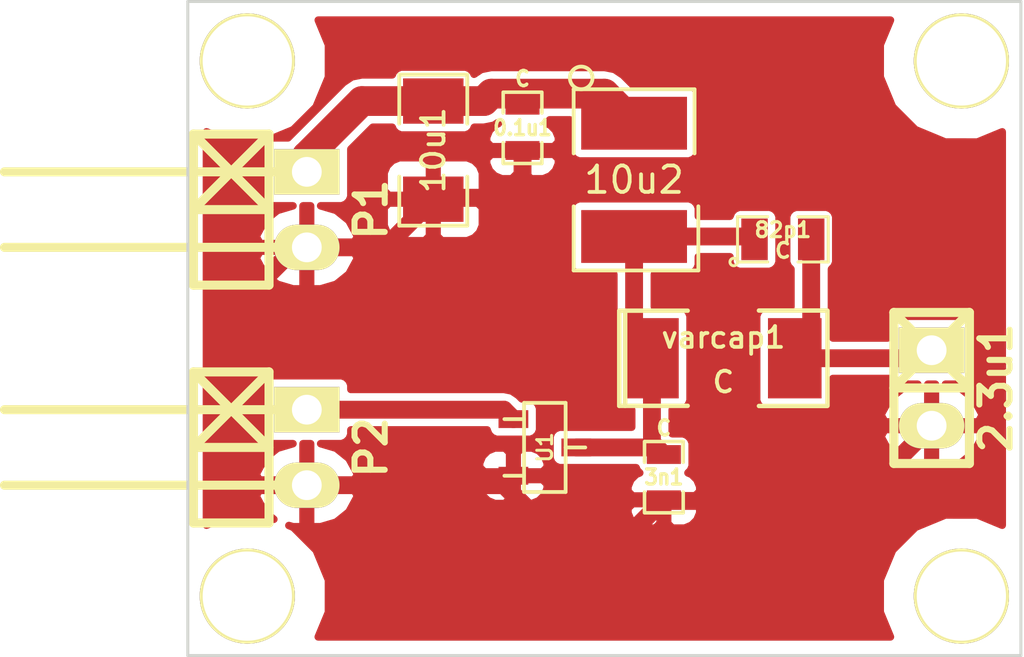
<source format=kicad_pcb>
(kicad_pcb (version 3) (host pcbnew "(2013-mar-13)-testing")

  (general
    (links 16)
    (no_connects 2)
    (area 123.433599 95.73052 161.68706 123.050001)
    (thickness 1.6)
    (drawings 4)
    (tracks 38)
    (zones 0)
    (modules 14)
    (nets 10)
  )

  (page A4)
  (layers
    (15 F.Cu signal)
    (0 B.Cu signal)
    (16 B.Adhes user)
    (17 F.Adhes user)
    (18 B.Paste user)
    (19 F.Paste user)
    (20 B.SilkS user)
    (21 F.SilkS user)
    (22 B.Mask user)
    (23 F.Mask user)
    (24 Dwgs.User user)
    (25 Cmts.User user)
    (26 Eco1.User user)
    (27 Eco2.User user)
    (28 Edge.Cuts user)
  )

  (setup
    (last_trace_width 0.6)
    (trace_clearance 0.254)
    (zone_clearance 0.25)
    (zone_45_only no)
    (trace_min 0.254)
    (segment_width 0.2)
    (edge_width 0.1)
    (via_size 0.889)
    (via_drill 0.635)
    (via_min_size 0.889)
    (via_min_drill 0.508)
    (uvia_size 0.508)
    (uvia_drill 0.127)
    (uvias_allowed no)
    (uvia_min_size 0.508)
    (uvia_min_drill 0.127)
    (pcb_text_width 0.3)
    (pcb_text_size 1.5 1.5)
    (mod_edge_width 0.15)
    (mod_text_size 1 1)
    (mod_text_width 0.15)
    (pad_size 1.5 1.5)
    (pad_drill 0.6)
    (pad_to_mask_clearance 0)
    (aux_axis_origin 0 0)
    (visible_elements FFFFF77F)
    (pcbplotparams
      (layerselection 268468224)
      (usegerberextensions true)
      (excludeedgelayer true)
      (linewidth 0.150000)
      (plotframeref false)
      (viasonmask false)
      (mode 1)
      (useauxorigin false)
      (hpglpennumber 1)
      (hpglpenspeed 20)
      (hpglpendiameter 15)
      (hpglpenoverlay 2)
      (psnegative false)
      (psa4output false)
      (plotreference true)
      (plotvalue true)
      (plotothertext true)
      (plotinvisibletext false)
      (padsonsilk false)
      (subtractmaskfromsilk false)
      (outputformat 1)
      (mirror false)
      (drillshape 0)
      (scaleselection 1)
      (outputdirectory PA_OUT/))
  )

  (net 0 "")
  (net 1 /5V)
  (net 2 /RF_IN)
  (net 3 GND)
  (net 4 N-000002)
  (net 5 N-000003)
  (net 6 N-000004)
  (net 7 N-000005)
  (net 8 N-000008)
  (net 9 N-000009)

  (net_class Default "This is the default net class."
    (clearance 0.254)
    (trace_width 0.6)
    (via_dia 0.889)
    (via_drill 0.635)
    (uvia_dia 0.508)
    (uvia_drill 0.127)
    (add_net "")
    (add_net /RF_IN)
    (add_net GND)
    (add_net N-000002)
    (add_net N-000003)
    (add_net N-000004)
    (add_net N-000005)
    (add_net N-000008)
    (add_net N-000009)
  )

  (net_class POWER ""
    (clearance 0.254)
    (trace_width 1)
    (via_dia 0.889)
    (via_drill 0.635)
    (uvia_dia 0.508)
    (uvia_drill 0.127)
    (add_net /5V)
  )

  (module SM0603_Capa (layer F.Cu) (tedit 5051B1EC) (tstamp 52F23BFF)
    (at 141.25 105.25 270)
    (path /52F2184C)
    (attr smd)
    (fp_text reference 0.1u1 (at 0 0 360) (layer F.SilkS)
      (effects (font (size 0.508 0.4572) (thickness 0.1143)))
    )
    (fp_text value C (at -1.651 0 360) (layer F.SilkS)
      (effects (font (size 0.508 0.4572) (thickness 0.1143)))
    )
    (fp_line (start 0.50038 0.65024) (end 1.19888 0.65024) (layer F.SilkS) (width 0.11938))
    (fp_line (start -0.50038 0.65024) (end -1.19888 0.65024) (layer F.SilkS) (width 0.11938))
    (fp_line (start 0.50038 -0.65024) (end 1.19888 -0.65024) (layer F.SilkS) (width 0.11938))
    (fp_line (start -1.19888 -0.65024) (end -0.50038 -0.65024) (layer F.SilkS) (width 0.11938))
    (fp_line (start 1.19888 -0.635) (end 1.19888 0.635) (layer F.SilkS) (width 0.11938))
    (fp_line (start -1.19888 0.635) (end -1.19888 -0.635) (layer F.SilkS) (width 0.11938))
    (pad 1 smd rect (at -0.762 0 270) (size 0.635 1.143)
      (layers F.Cu F.Paste F.Mask)
      (net 1 /5V)
    )
    (pad 2 smd rect (at 0.762 0 270) (size 0.635 1.143)
      (layers F.Cu F.Paste F.Mask)
      (net 3 GND)
    )
    (model smd\capacitors\C0603.wrl
      (at (xyz 0 0 0.001))
      (scale (xyz 0.5 0.5 0.5))
      (rotate (xyz 0 0 0))
    )
  )

  (module pin_strip_2 (layer F.Cu) (tedit 4F0999B2) (tstamp 52F23C0C)
    (at 155 114 270)
    (descr "Pin strip 2pin")
    (tags "CONN DEV")
    (path /52F21831)
    (fp_text reference 2.3u1 (at 0 -2.159 270) (layer F.SilkS)
      (effects (font (size 1.016 1.016) (thickness 0.2032)))
    )
    (fp_text value INDUCTOR (at 0.254 -3.556 270) (layer F.SilkS) hide
      (effects (font (size 1.016 0.889) (thickness 0.2032)))
    )
    (fp_line (start 0 -1.27) (end 0 1.27) (layer F.SilkS) (width 0.3048))
    (fp_line (start 0 1.27) (end -2.54 -1.27) (layer F.SilkS) (width 0.3048))
    (fp_line (start -2.54 1.27) (end 0 -1.27) (layer F.SilkS) (width 0.3048))
    (fp_line (start 2.54 1.27) (end -2.54 1.27) (layer F.SilkS) (width 0.3048))
    (fp_line (start -2.54 -1.27) (end 2.54 -1.27) (layer F.SilkS) (width 0.3048))
    (fp_line (start -2.54 1.27) (end -2.54 -1.27) (layer F.SilkS) (width 0.3048))
    (fp_line (start 2.54 -1.27) (end 2.54 1.27) (layer F.SilkS) (width 0.3048))
    (pad 1 thru_hole rect (at -1.27 0 270) (size 1.524 2.19964) (drill 1.00076)
      (layers *.Cu *.Mask F.SilkS)
      (net 8 N-000008)
    )
    (pad 2 thru_hole oval (at 1.27 0 270) (size 1.524 2.19964) (drill 1.00076)
      (layers *.Cu *.Mask F.SilkS)
      (net 3 GND)
    )
    (model walter/pin_strip/pin_strip_2.wrl
      (at (xyz 0 0 0))
      (scale (xyz 1 1 1))
      (rotate (xyz 0 0 0))
    )
  )

  (module SM0603_Capa (layer F.Cu) (tedit 5051B1EC) (tstamp 52F23C18)
    (at 146 117 270)
    (path /52F217D9)
    (attr smd)
    (fp_text reference 3n1 (at 0 0 360) (layer F.SilkS)
      (effects (font (size 0.508 0.4572) (thickness 0.1143)))
    )
    (fp_text value C (at -1.651 0 360) (layer F.SilkS)
      (effects (font (size 0.508 0.4572) (thickness 0.1143)))
    )
    (fp_line (start 0.50038 0.65024) (end 1.19888 0.65024) (layer F.SilkS) (width 0.11938))
    (fp_line (start -0.50038 0.65024) (end -1.19888 0.65024) (layer F.SilkS) (width 0.11938))
    (fp_line (start 0.50038 -0.65024) (end 1.19888 -0.65024) (layer F.SilkS) (width 0.11938))
    (fp_line (start -1.19888 -0.65024) (end -0.50038 -0.65024) (layer F.SilkS) (width 0.11938))
    (fp_line (start 1.19888 -0.635) (end 1.19888 0.635) (layer F.SilkS) (width 0.11938))
    (fp_line (start -1.19888 0.635) (end -1.19888 -0.635) (layer F.SilkS) (width 0.11938))
    (pad 1 smd rect (at -0.762 0 270) (size 0.635 1.143)
      (layers F.Cu F.Paste F.Mask)
      (net 9 N-000009)
    )
    (pad 2 smd rect (at 0.762 0 270) (size 0.635 1.143)
      (layers F.Cu F.Paste F.Mask)
      (net 3 GND)
    )
    (model smd\capacitors\C0603.wrl
      (at (xyz 0 0 0.001))
      (scale (xyz 0.5 0.5 0.5))
      (rotate (xyz 0 0 0))
    )
  )

  (module SM1206 (layer F.Cu) (tedit 42806E24) (tstamp 52F23C24)
    (at 138.25 106 270)
    (path /52F21852)
    (attr smd)
    (fp_text reference 10u1 (at 0 0 270) (layer F.SilkS)
      (effects (font (size 0.762 0.762) (thickness 0.127)))
    )
    (fp_text value C (at 0 0 270) (layer F.SilkS) hide
      (effects (font (size 0.762 0.762) (thickness 0.127)))
    )
    (fp_line (start -2.54 -1.143) (end -2.54 1.143) (layer F.SilkS) (width 0.127))
    (fp_line (start -2.54 1.143) (end -0.889 1.143) (layer F.SilkS) (width 0.127))
    (fp_line (start 0.889 -1.143) (end 2.54 -1.143) (layer F.SilkS) (width 0.127))
    (fp_line (start 2.54 -1.143) (end 2.54 1.143) (layer F.SilkS) (width 0.127))
    (fp_line (start 2.54 1.143) (end 0.889 1.143) (layer F.SilkS) (width 0.127))
    (fp_line (start -0.889 -1.143) (end -2.54 -1.143) (layer F.SilkS) (width 0.127))
    (pad 1 smd rect (at -1.651 0 270) (size 1.524 2.032)
      (layers F.Cu F.Paste F.Mask)
      (net 1 /5V)
    )
    (pad 2 smd rect (at 1.651 0 270) (size 1.524 2.032)
      (layers F.Cu F.Paste F.Mask)
      (net 3 GND)
    )
    (model smd/chip_cms.wrl
      (at (xyz 0 0 0))
      (scale (xyz 0.17 0.16 0.16))
      (rotate (xyz 0 0 0))
    )
  )

  (module SM1812E (layer F.Cu) (tedit 4171109D) (tstamp 52F23C31)
    (at 145 107 270)
    (path /52F21846)
    (attr smd)
    (fp_text reference 10u2 (at 0 0 360) (layer F.SilkS)
      (effects (font (size 0.889 0.889) (thickness 0.127)))
    )
    (fp_text value INDUCTOR (at 0 0 360) (layer F.SilkS) hide
      (effects (font (size 0.889 0.889) (thickness 0.127)))
    )
    (fp_circle (center -3.429 1.778) (end -3.048 1.778) (layer F.SilkS) (width 0.127))
    (fp_line (start -0.889 -2.032) (end -3.048 -2.032) (layer F.SilkS) (width 0.127))
    (fp_line (start -3.048 -2.032) (end -3.048 2.032) (layer F.SilkS) (width 0.127))
    (fp_line (start -3.048 2.032) (end -0.889 2.032) (layer F.SilkS) (width 0.127))
    (fp_line (start 0.889 -2.159) (end 3.048 -2.159) (layer F.SilkS) (width 0.127))
    (fp_line (start 3.048 -2.159) (end 3.048 2.032) (layer F.SilkS) (width 0.127))
    (fp_line (start 3.048 2.032) (end 0.889 2.032) (layer F.SilkS) (width 0.127))
    (pad 1 smd rect (at -1.905 0 270) (size 1.778 3.556)
      (layers F.Cu F.Paste F.Mask)
      (net 1 /5V)
    )
    (pad 2 smd rect (at 1.905 0 270) (size 1.778 3.556)
      (layers F.Cu F.Paste F.Mask)
      (net 9 N-000009)
    )
    (model smd/chip_cms.wrl
      (at (xyz 0 0 0))
      (scale (xyz 0.2 0.25 0.25))
      (rotate (xyz 0 0 0))
    )
  )

  (module SM0805 (layer F.Cu) (tedit 5091495C) (tstamp 52F23C3E)
    (at 150 109)
    (path /52F217CA)
    (attr smd)
    (fp_text reference 82p1 (at 0 -0.3175) (layer F.SilkS)
      (effects (font (size 0.50038 0.50038) (thickness 0.10922)))
    )
    (fp_text value C (at 0 0.381) (layer F.SilkS)
      (effects (font (size 0.50038 0.50038) (thickness 0.10922)))
    )
    (fp_circle (center -1.651 0.762) (end -1.651 0.635) (layer F.SilkS) (width 0.09906))
    (fp_line (start -0.508 0.762) (end -1.524 0.762) (layer F.SilkS) (width 0.09906))
    (fp_line (start -1.524 0.762) (end -1.524 -0.762) (layer F.SilkS) (width 0.09906))
    (fp_line (start -1.524 -0.762) (end -0.508 -0.762) (layer F.SilkS) (width 0.09906))
    (fp_line (start 0.508 -0.762) (end 1.524 -0.762) (layer F.SilkS) (width 0.09906))
    (fp_line (start 1.524 -0.762) (end 1.524 0.762) (layer F.SilkS) (width 0.09906))
    (fp_line (start 1.524 0.762) (end 0.508 0.762) (layer F.SilkS) (width 0.09906))
    (pad 1 smd rect (at -0.9525 0) (size 0.889 1.397)
      (layers F.Cu F.Paste F.Mask)
      (net 9 N-000009)
    )
    (pad 2 smd rect (at 0.9525 0) (size 0.889 1.397)
      (layers F.Cu F.Paste F.Mask)
      (net 8 N-000008)
    )
    (model smd/chip_cms.wrl
      (at (xyz 0 0 0))
      (scale (xyz 0.1 0.1 0.1))
      (rotate (xyz 0 0 0))
    )
  )

  (module pin_strip_2-90 (layer F.Cu) (tedit 4EF89145) (tstamp 52F23C4D)
    (at 134 108 270)
    (descr "Pin strip 2pin 90")
    (tags "CONN DEV")
    (path /52F2324A)
    (fp_text reference P1 (at 0 -2.159 270) (layer F.SilkS)
      (effects (font (size 1.016 1.016) (thickness 0.2032)))
    )
    (fp_text value CONN_2 (at 0.254 -3.556 270) (layer F.SilkS) hide
      (effects (font (size 1.016 0.889) (thickness 0.2032)))
    )
    (fp_line (start 0 3.81) (end -2.54 1.27) (layer F.SilkS) (width 0.3048))
    (fp_line (start 0 3.81) (end 0 1.27) (layer F.SilkS) (width 0.3048))
    (fp_line (start 0 1.27) (end -2.54 3.81) (layer F.SilkS) (width 0.3048))
    (fp_line (start -2.54 3.81) (end 2.54 3.81) (layer F.SilkS) (width 0.3048))
    (fp_line (start 2.54 3.81) (end 2.54 1.27) (layer F.SilkS) (width 0.3048))
    (fp_line (start 2.54 1.27) (end -2.54 1.27) (layer F.SilkS) (width 0.3048))
    (fp_line (start -1.27 0) (end -1.27 10.16) (layer F.SilkS) (width 0.3048))
    (fp_line (start 1.27 0) (end 1.27 10.16) (layer F.SilkS) (width 0.3048))
    (fp_line (start -2.54 3.81) (end -2.54 1.27) (layer F.SilkS) (width 0.3048))
    (pad 1 thru_hole rect (at -1.27 0 270) (size 1.524 2.19964) (drill 1.00076)
      (layers *.Cu *.Mask F.SilkS)
      (net 1 /5V)
    )
    (pad 2 thru_hole oval (at 1.27 0 270) (size 1.524 2.19964) (drill 1.00076)
      (layers *.Cu *.Mask F.SilkS)
      (net 3 GND)
    )
    (model walter/pin_strip/pin_strip_2-90.wrl
      (at (xyz 0 0 0))
      (scale (xyz 1 1 1))
      (rotate (xyz 0 0 0))
    )
  )

  (module pin_strip_2-90 (layer F.Cu) (tedit 4EF89145) (tstamp 52F23C5C)
    (at 134 116 270)
    (descr "Pin strip 2pin 90")
    (tags "CONN DEV")
    (path /52F2325C)
    (fp_text reference P2 (at 0 -2.159 270) (layer F.SilkS)
      (effects (font (size 1.016 1.016) (thickness 0.2032)))
    )
    (fp_text value CONN_2 (at 0.254 -3.556 270) (layer F.SilkS) hide
      (effects (font (size 1.016 0.889) (thickness 0.2032)))
    )
    (fp_line (start 0 3.81) (end -2.54 1.27) (layer F.SilkS) (width 0.3048))
    (fp_line (start 0 3.81) (end 0 1.27) (layer F.SilkS) (width 0.3048))
    (fp_line (start 0 1.27) (end -2.54 3.81) (layer F.SilkS) (width 0.3048))
    (fp_line (start -2.54 3.81) (end 2.54 3.81) (layer F.SilkS) (width 0.3048))
    (fp_line (start 2.54 3.81) (end 2.54 1.27) (layer F.SilkS) (width 0.3048))
    (fp_line (start 2.54 1.27) (end -2.54 1.27) (layer F.SilkS) (width 0.3048))
    (fp_line (start -1.27 0) (end -1.27 10.16) (layer F.SilkS) (width 0.3048))
    (fp_line (start 1.27 0) (end 1.27 10.16) (layer F.SilkS) (width 0.3048))
    (fp_line (start -2.54 3.81) (end -2.54 1.27) (layer F.SilkS) (width 0.3048))
    (pad 1 thru_hole rect (at -1.27 0 270) (size 1.524 2.19964) (drill 1.00076)
      (layers *.Cu *.Mask F.SilkS)
      (net 2 /RF_IN)
    )
    (pad 2 thru_hole oval (at 1.27 0 270) (size 1.524 2.19964) (drill 1.00076)
      (layers *.Cu *.Mask F.SilkS)
      (net 3 GND)
    )
    (model walter/pin_strip/pin_strip_2-90.wrl
      (at (xyz 0 0 0))
      (scale (xyz 1 1 1))
      (rotate (xyz 0 0 0))
    )
  )

  (module sot23 (layer F.Cu) (tedit 50BDE8CE) (tstamp 52F23C6A)
    (at 142 116 270)
    (descr SOT23)
    (path /52F231B4)
    (attr smd)
    (fp_text reference U1 (at 0 0 270) (layer F.SilkS)
      (effects (font (size 0.50038 0.50038) (thickness 0.09906)))
    )
    (fp_text value 2N7002 (at 0 0.09906 270) (layer F.SilkS) hide
      (effects (font (size 0.50038 0.50038) (thickness 0.09906)))
    )
    (fp_line (start 0.9525 0.6985) (end 0.9525 1.3589) (layer F.SilkS) (width 0.127))
    (fp_line (start -0.9525 0.6985) (end -0.9525 1.3589) (layer F.SilkS) (width 0.127))
    (fp_line (start 0 -0.6985) (end 0 -1.3589) (layer F.SilkS) (width 0.127))
    (fp_line (start -1.4986 -0.6985) (end 1.4986 -0.6985) (layer F.SilkS) (width 0.127))
    (fp_line (start 1.4986 -0.6985) (end 1.4986 0.6985) (layer F.SilkS) (width 0.127))
    (fp_line (start 1.4986 0.6985) (end -1.4986 0.6985) (layer F.SilkS) (width 0.127))
    (fp_line (start -1.4986 0.6985) (end -1.4986 -0.6985) (layer F.SilkS) (width 0.127))
    (pad 1 smd rect (at -0.9525 1.05664 270) (size 0.59944 1.00076)
      (layers F.Cu F.Paste F.Mask)
      (net 2 /RF_IN)
    )
    (pad 2 smd rect (at 0 -1.05664 270) (size 0.59944 1.00076)
      (layers F.Cu F.Paste F.Mask)
      (net 9 N-000009)
    )
    (pad 3 smd rect (at 0.9525 1.05664 270) (size 0.59944 1.00076)
      (layers F.Cu F.Paste F.Mask)
      (net 3 GND)
    )
    (model smd/smd_transistors/sot23.wrl
      (at (xyz 0 0 0))
      (scale (xyz 1 1 1))
      (rotate (xyz 0 0 0))
    )
  )

  (module SM2010 (layer F.Cu) (tedit 510157F5) (tstamp 52F23C77)
    (at 148 113)
    (tags "CMS SM")
    (path /52F21CED)
    (attr smd)
    (fp_text reference varcap1 (at 0 -0.7) (layer F.SilkS)
      (effects (font (size 0.70104 0.70104) (thickness 0.127)))
    )
    (fp_text value C (at 0 0.8) (layer F.SilkS)
      (effects (font (size 0.70104 0.70104) (thickness 0.127)))
    )
    (fp_line (start -3.3 -1.6) (end -3.3 1.6) (layer F.SilkS) (width 0.15))
    (fp_line (start 3.50012 -1.6002) (end 3.50012 1.6002) (layer F.SilkS) (width 0.15))
    (fp_line (start -3.5 -1.6) (end -3.5 1.6) (layer F.SilkS) (width 0.15))
    (fp_line (start 1.19634 1.60528) (end 3.48234 1.60528) (layer F.SilkS) (width 0.15))
    (fp_line (start 3.48234 -1.60528) (end 1.19634 -1.60528) (layer F.SilkS) (width 0.15))
    (fp_line (start -1.2 -1.6) (end -3.5 -1.6) (layer F.SilkS) (width 0.15))
    (fp_line (start -3.5 1.6) (end -1.2 1.6) (layer F.SilkS) (width 0.15))
    (pad 1 smd rect (at -2.4003 0) (size 1.80086 2.70002)
      (layers F.Cu F.Paste F.Mask)
      (net 9 N-000009)
    )
    (pad 2 smd rect (at 2.4003 0) (size 1.80086 2.70002)
      (layers F.Cu F.Paste F.Mask)
      (net 8 N-000008)
    )
    (model smd\chip_smd_pol_wide.wrl
      (at (xyz 0 0 0))
      (scale (xyz 0.35 0.35 0.35))
      (rotate (xyz 0 0 0))
    )
  )

  (module Mhole (layer F.Cu) (tedit 50212C8E) (tstamp 52F24043)
    (at 132 103)
    (path /52F23D26)
    (fp_text reference P3 (at 0.44958 -4.09956) (layer F.SilkS) hide
      (effects (font (thickness 0.3048)))
    )
    (fp_text value CONN_1 (at 0.20066 -6.10108) (layer F.SilkS) hide
      (effects (font (thickness 0.3048)))
    )
    (pad 1 thru_hole circle (at 0 0) (size 3.2004 3.2004) (drill 2.99974)
      (layers *.Cu *.Mask F.SilkS)
      (net 7 N-000005)
      (clearance 1.00076)
    )
  )

  (module Mhole (layer F.Cu) (tedit 50212C8E) (tstamp 52F24048)
    (at 156 103)
    (path /52F23D35)
    (fp_text reference P4 (at 0.44958 -4.09956) (layer F.SilkS) hide
      (effects (font (thickness 0.3048)))
    )
    (fp_text value CONN_1 (at 0.20066 -6.10108) (layer F.SilkS) hide
      (effects (font (thickness 0.3048)))
    )
    (pad 1 thru_hole circle (at 0 0) (size 3.2004 3.2004) (drill 2.99974)
      (layers *.Cu *.Mask F.SilkS)
      (net 6 N-000004)
      (clearance 1.00076)
    )
  )

  (module Mhole (layer F.Cu) (tedit 50212C8E) (tstamp 52F2404D)
    (at 132 121)
    (path /52F23D48)
    (fp_text reference P5 (at 0.44958 -4.09956) (layer F.SilkS) hide
      (effects (font (thickness 0.3048)))
    )
    (fp_text value CONN_1 (at 0.20066 -6.10108) (layer F.SilkS) hide
      (effects (font (thickness 0.3048)))
    )
    (pad 1 thru_hole circle (at 0 0) (size 3.2004 3.2004) (drill 2.99974)
      (layers *.Cu *.Mask F.SilkS)
      (net 4 N-000002)
      (clearance 1.00076)
    )
  )

  (module Mhole (layer F.Cu) (tedit 50212C8E) (tstamp 52F24052)
    (at 156 121)
    (path /52F23D42)
    (fp_text reference P6 (at 0.44958 -4.09956) (layer F.SilkS) hide
      (effects (font (thickness 0.3048)))
    )
    (fp_text value CONN_1 (at 0.20066 -6.10108) (layer F.SilkS) hide
      (effects (font (thickness 0.3048)))
    )
    (pad 1 thru_hole circle (at 0 0) (size 3.2004 3.2004) (drill 2.99974)
      (layers *.Cu *.Mask F.SilkS)
      (net 5 N-000003)
      (clearance 1.00076)
    )
  )

  (gr_line (start 130 123) (end 130 101) (angle 90) (layer Edge.Cuts) (width 0.1))
  (gr_line (start 158 123) (end 130 123) (angle 90) (layer Edge.Cuts) (width 0.1))
  (gr_line (start 158 101) (end 158 123) (angle 90) (layer Edge.Cuts) (width 0.1))
  (gr_line (start 130 101) (end 158 101) (angle 90) (layer Edge.Cuts) (width 0.1))

  (segment (start 134 106.73) (end 134 106.2) (width 1) (layer F.Cu) (net 1))
  (segment (start 134 106.73) (end 134 106.2) (width 1) (layer F.Cu) (net 1))
  (segment (start 144.005 104.1) (end 145 105.095) (width 1) (layer F.Cu) (net 1) (tstamp 52F2419B))
  (segment (start 140.2 104.1) (end 144.005 104.1) (width 1) (layer F.Cu) (net 1) (tstamp 52F2419A))
  (segment (start 139.951 104.349) (end 140.2 104.1) (width 1) (layer F.Cu) (net 1) (tstamp 52F24199))
  (segment (start 135.851 104.349) (end 139.951 104.349) (width 1) (layer F.Cu) (net 1) (tstamp 52F24198))
  (segment (start 134 106.2) (end 135.851 104.349) (width 1) (layer F.Cu) (net 1) (tstamp 52F24197))
  (segment (start 134 114.73) (end 140.62586 114.73) (width 0.6) (layer F.Cu) (net 2))
  (segment (start 140.62586 114.73) (end 140.94336 115.0475) (width 0.6) (layer F.Cu) (net 2) (tstamp 52F241B1))
  (segment (start 140.94336 116.9525) (end 140.62586 117.27) (width 0.6) (layer F.Cu) (net 3))
  (segment (start 134 109.27) (end 133.63 109.27) (width 0.6) (layer F.Cu) (net 3))
  (segment (start 132.27 117.27) (end 134 117.27) (width 0.6) (layer F.Cu) (net 3) (tstamp 52F241F0))
  (segment (start 131.4 116.4) (end 132.27 117.27) (width 0.6) (layer F.Cu) (net 3) (tstamp 52F241EF))
  (segment (start 131.4 111.5) (end 131.4 116.4) (width 0.6) (layer F.Cu) (net 3) (tstamp 52F241EE))
  (segment (start 133.63 109.27) (end 131.4 111.5) (width 0.6) (layer F.Cu) (net 3) (tstamp 52F241ED))
  (segment (start 134 117.27) (end 140.62586 117.27) (width 0.6) (layer F.Cu) (net 3))
  (segment (start 140.62586 117.27) (end 142.25586 118.9) (width 0.6) (layer F.Cu) (net 3) (tstamp 52F241E5))
  (segment (start 142.25586 118.9) (end 144.862 118.9) (width 0.6) (layer F.Cu) (net 3) (tstamp 52F241E6))
  (segment (start 144.862 118.9) (end 145.962 117.8) (width 0.6) (layer F.Cu) (net 3) (tstamp 52F241E7))
  (segment (start 145.962 117.8) (end 152.47 117.8) (width 0.6) (layer F.Cu) (net 3) (tstamp 52F241E8))
  (segment (start 152.47 117.8) (end 155 115.27) (width 0.6) (layer F.Cu) (net 3) (tstamp 52F241E9))
  (segment (start 134 109.27) (end 136.631 109.27) (width 0.6) (layer F.Cu) (net 3))
  (segment (start 141.25 106.85) (end 141.25 106.012) (width 0.6) (layer F.Cu) (net 3) (tstamp 52F241E2))
  (segment (start 140.5 107.6) (end 141.25 106.85) (width 0.6) (layer F.Cu) (net 3) (tstamp 52F241E1))
  (segment (start 138.301 107.6) (end 140.5 107.6) (width 0.6) (layer F.Cu) (net 3) (tstamp 52F241E0))
  (segment (start 136.631 109.27) (end 138.301 107.6) (width 0.6) (layer F.Cu) (net 3) (tstamp 52F241DF))
  (segment (start 150.9525 109) (end 150.9525 112.4478) (width 0.6) (layer F.Cu) (net 8))
  (segment (start 150.9525 112.4478) (end 150.4003 113) (width 0.6) (layer F.Cu) (net 8) (tstamp 52F241AE))
  (segment (start 150.4003 113) (end 154.73 113) (width 0.6) (layer F.Cu) (net 8))
  (segment (start 154.73 113) (end 155 112.73) (width 0.6) (layer F.Cu) (net 8) (tstamp 52F241AB))
  (segment (start 145.5997 113) (end 145.5997 115.8377) (width 0.6) (layer F.Cu) (net 9))
  (segment (start 145.5997 115.8377) (end 146 116.238) (width 0.6) (layer F.Cu) (net 9) (tstamp 52F241A8))
  (segment (start 143.05664 116) (end 145.762 116) (width 0.6) (layer F.Cu) (net 9))
  (segment (start 145.762 116) (end 146 116.238) (width 0.6) (layer F.Cu) (net 9) (tstamp 52F241A5))
  (segment (start 145 108.905) (end 145 112.4003) (width 0.6) (layer F.Cu) (net 9))
  (segment (start 145 112.4003) (end 145.5997 113) (width 0.6) (layer F.Cu) (net 9) (tstamp 52F241A2))
  (segment (start 145 108.905) (end 148.9525 108.905) (width 0.6) (layer F.Cu) (net 9))
  (segment (start 148.9525 108.905) (end 149.0475 109) (width 0.6) (layer F.Cu) (net 9) (tstamp 52F2419F))

  (zone (net 3) (net_name GND) (layer F.Cu) (tstamp 52F243C4) (hatch edge 0.508)
    (connect_pads (clearance 0.25))
    (min_thickness 0.254)
    (fill (arc_segments 16) (thermal_gap 0.508) (thermal_bridge_width 0.508))
    (polygon
      (pts
        (xy 157.5 122.5) (xy 130.5 122.5) (xy 130.5 101.5) (xy 157.5 101.5)
      )
    )
    (filled_polygon
      (pts
        (xy 157.373 118.616327) (xy 156.69204 118.333568) (xy 156.69204 115.61307) (xy 156.69204 114.92693) (xy 156.67708 114.852723)
        (xy 156.41545 114.371974) (xy 155.989761 114.027941) (xy 155.46482 113.873) (xy 156.175606 113.873) (xy 156.31564 113.814996)
        (xy 156.422816 113.707819) (xy 156.48082 113.567785) (xy 156.48082 113.416214) (xy 156.48082 111.892214) (xy 156.422816 111.75218)
        (xy 156.315639 111.645004) (xy 156.175605 111.587) (xy 156.024034 111.587) (xy 153.824394 111.587) (xy 153.68436 111.645004)
        (xy 153.577184 111.752181) (xy 153.51918 111.892215) (xy 153.51918 112.043786) (xy 153.51918 112.319) (xy 151.68173 112.319)
        (xy 151.68173 111.574204) (xy 151.6335 111.457766) (xy 151.6335 110.000815) (xy 151.719996 109.914319) (xy 151.778 109.774285)
        (xy 151.778 109.622714) (xy 151.778 108.225714) (xy 151.719996 108.08568) (xy 151.612819 107.978504) (xy 151.472785 107.9205)
        (xy 151.321214 107.9205) (xy 150.432214 107.9205) (xy 150.29218 107.978504) (xy 150.185004 108.085681) (xy 150.127 108.225715)
        (xy 150.127 108.377286) (xy 150.127 109.774286) (xy 150.185004 109.91432) (xy 150.2715 110.000815) (xy 150.2715 111.26899)
        (xy 149.873 111.26899) (xy 149.873 109.774285) (xy 149.873 109.622714) (xy 149.873 108.225714) (xy 149.814996 108.08568)
        (xy 149.707819 107.978504) (xy 149.567785 107.9205) (xy 149.416214 107.9205) (xy 148.527214 107.9205) (xy 148.38718 107.978504)
        (xy 148.280004 108.085681) (xy 148.22271 108.224) (xy 147.159 108.224) (xy 147.159 107.940214) (xy 147.100996 107.80018)
        (xy 146.993819 107.693004) (xy 146.853785 107.635) (xy 146.702214 107.635) (xy 143.146214 107.635) (xy 143.00618 107.693004)
        (xy 142.899004 107.800181) (xy 142.841 107.940215) (xy 142.841 108.091786) (xy 142.841 109.869786) (xy 142.899004 110.00982)
        (xy 143.006181 110.116996) (xy 143.146215 110.175) (xy 143.297786 110.175) (xy 144.319 110.175) (xy 144.319 111.572442)
        (xy 144.31827 111.574205) (xy 144.31827 111.725776) (xy 144.31827 114.425796) (xy 144.376274 114.56583) (xy 144.483451 114.673006)
        (xy 144.623485 114.73101) (xy 144.775056 114.73101) (xy 144.9187 114.73101) (xy 144.9187 115.319) (xy 143.05664 115.319)
        (xy 143.055232 115.31928) (xy 142.480474 115.31928) (xy 142.4565 115.32921) (xy 142.4565 106.455809) (xy 142.4565 106.29775)
        (xy 142.29775 106.139) (xy 141.377 106.139) (xy 141.377 106.80575) (xy 141.53575 106.9645) (xy 141.695191 106.9645)
        (xy 141.94781 106.9645) (xy 142.181199 106.867827) (xy 142.359827 106.689198) (xy 142.4565 106.455809) (xy 142.4565 115.32921)
        (xy 142.34044 115.377284) (xy 142.233264 115.484461) (xy 142.17526 115.624495) (xy 142.17526 115.776066) (xy 142.17526 116.375506)
        (xy 142.233264 116.51554) (xy 142.340441 116.622716) (xy 142.480475 116.68072) (xy 142.632046 116.68072) (xy 143.055232 116.68072)
        (xy 143.05664 116.681) (xy 145.068092 116.681) (xy 145.105504 116.77132) (xy 145.190109 116.855925) (xy 145.068801 116.906173)
        (xy 144.890173 117.084802) (xy 144.7935 117.318191) (xy 144.7935 117.47625) (xy 144.95225 117.635) (xy 145.873 117.635)
        (xy 145.873 117.615) (xy 146.127 117.615) (xy 146.127 117.635) (xy 147.04775 117.635) (xy 147.2065 117.47625)
        (xy 147.2065 117.318191) (xy 147.109827 117.084802) (xy 146.931199 116.906173) (xy 146.80989 116.855925) (xy 146.894496 116.771319)
        (xy 146.9525 116.631285) (xy 146.9525 116.479714) (xy 146.9525 115.844714) (xy 146.894496 115.70468) (xy 146.787319 115.597504)
        (xy 146.647285 115.5395) (xy 146.495714 115.5395) (xy 146.2807 115.5395) (xy 146.2807 114.73101) (xy 146.575916 114.73101)
        (xy 146.71595 114.673006) (xy 146.823126 114.565829) (xy 146.88113 114.425795) (xy 146.88113 114.274224) (xy 146.88113 111.574204)
        (xy 146.823126 111.43417) (xy 146.715949 111.326994) (xy 146.575915 111.26899) (xy 146.424344 111.26899) (xy 145.681 111.26899)
        (xy 145.681 110.175) (xy 146.853786 110.175) (xy 146.99382 110.116996) (xy 147.100996 110.009819) (xy 147.159 109.869785)
        (xy 147.159 109.718214) (xy 147.159 109.586) (xy 148.222 109.586) (xy 148.222 109.774286) (xy 148.280004 109.91432)
        (xy 148.387181 110.021496) (xy 148.527215 110.0795) (xy 148.678786 110.0795) (xy 149.567786 110.0795) (xy 149.70782 110.021496)
        (xy 149.814996 109.914319) (xy 149.873 109.774285) (xy 149.873 111.26899) (xy 149.424084 111.26899) (xy 149.28405 111.326994)
        (xy 149.176874 111.434171) (xy 149.11887 111.574205) (xy 149.11887 111.725776) (xy 149.11887 114.425796) (xy 149.176874 114.56583)
        (xy 149.284051 114.673006) (xy 149.424085 114.73101) (xy 149.575656 114.73101) (xy 151.376516 114.73101) (xy 151.51655 114.673006)
        (xy 151.623726 114.565829) (xy 151.68173 114.425795) (xy 151.68173 114.274224) (xy 151.68173 113.681) (xy 153.566074 113.681)
        (xy 153.577184 113.70782) (xy 153.684361 113.814996) (xy 153.824395 113.873) (xy 153.975966 113.873) (xy 154.53518 113.873)
        (xy 154.010239 114.027941) (xy 153.58455 114.371974) (xy 153.32292 114.852723) (xy 153.30796 114.92693) (xy 153.43046 115.143)
        (xy 154.873 115.143) (xy 154.873 113.873) (xy 155.127 113.873) (xy 155.127 115.143) (xy 156.56954 115.143)
        (xy 156.69204 114.92693) (xy 156.69204 115.61307) (xy 156.56954 115.397) (xy 155.127 115.397) (xy 155.127 116.667)
        (xy 155.46482 116.667) (xy 155.989761 116.512059) (xy 156.41545 116.168026) (xy 156.67708 115.687277) (xy 156.69204 115.61307)
        (xy 156.69204 118.333568) (xy 156.545005 118.272514) (xy 155.459756 118.271567) (xy 154.873 118.514009) (xy 154.873 116.667)
        (xy 154.873 115.397) (xy 153.43046 115.397) (xy 153.30796 115.61307) (xy 153.32292 115.687277) (xy 153.58455 116.168026)
        (xy 154.010239 116.512059) (xy 154.53518 116.667) (xy 154.873 116.667) (xy 154.873 118.514009) (xy 154.456753 118.685999)
        (xy 153.688696 119.452717) (xy 153.272514 120.454995) (xy 153.271567 121.540244) (xy 153.615654 122.373) (xy 147.2065 122.373)
        (xy 147.2065 118.205809) (xy 147.2065 118.04775) (xy 147.04775 117.889) (xy 146.127 117.889) (xy 146.127 118.55575)
        (xy 146.28575 118.7145) (xy 146.445191 118.7145) (xy 146.69781 118.7145) (xy 146.931199 118.617827) (xy 147.109827 118.439198)
        (xy 147.2065 118.205809) (xy 147.2065 122.373) (xy 145.873 122.373) (xy 145.873 118.55575) (xy 145.873 117.889)
        (xy 144.95225 117.889) (xy 144.7935 118.04775) (xy 144.7935 118.205809) (xy 144.890173 118.439198) (xy 145.068801 118.617827)
        (xy 145.30219 118.7145) (xy 145.554809 118.7145) (xy 145.71425 118.7145) (xy 145.873 118.55575) (xy 145.873 122.373)
        (xy 142.07874 122.373) (xy 142.07874 117.378529) (xy 142.07874 117.23825) (xy 142.07874 116.66675) (xy 142.07874 116.526471)
        (xy 141.982067 116.293082) (xy 141.82474 116.135754) (xy 141.82474 115.423005) (xy 141.82474 115.271434) (xy 141.82474 114.671994)
        (xy 141.766736 114.53196) (xy 141.659559 114.424784) (xy 141.519525 114.36678) (xy 141.367954 114.36678) (xy 141.22572 114.36678)
        (xy 141.123 114.26406) (xy 141.123 106.80575) (xy 141.123 106.139) (xy 140.20225 106.139) (xy 140.0435 106.29775)
        (xy 140.0435 106.455809) (xy 140.140173 106.689198) (xy 140.318801 106.867827) (xy 140.55219 106.9645) (xy 140.804809 106.9645)
        (xy 140.96425 106.9645) (xy 141.123 106.80575) (xy 141.123 114.26406) (xy 141.1074 114.24846) (xy 140.886468 114.100838)
        (xy 140.62586 114.049) (xy 139.901 114.049) (xy 139.901 108.539309) (xy 139.901 107.93675) (xy 139.901 107.36525)
        (xy 139.901 106.762691) (xy 139.804327 106.529302) (xy 139.625699 106.350673) (xy 139.39231 106.254) (xy 139.139691 106.254)
        (xy 138.53575 106.254) (xy 138.377 106.41275) (xy 138.377 107.524) (xy 139.74225 107.524) (xy 139.901 107.36525)
        (xy 139.901 107.93675) (xy 139.74225 107.778) (xy 138.377 107.778) (xy 138.377 108.88925) (xy 138.53575 109.048)
        (xy 139.139691 109.048) (xy 139.39231 109.048) (xy 139.625699 108.951327) (xy 139.804327 108.772698) (xy 139.901 108.539309)
        (xy 139.901 114.049) (xy 138.123 114.049) (xy 138.123 108.88925) (xy 138.123 107.778) (xy 138.123 107.524)
        (xy 138.123 106.41275) (xy 137.96425 106.254) (xy 137.360309 106.254) (xy 137.10769 106.254) (xy 136.874301 106.350673)
        (xy 136.695673 106.529302) (xy 136.599 106.762691) (xy 136.599 107.36525) (xy 136.75775 107.524) (xy 138.123 107.524)
        (xy 138.123 107.778) (xy 136.75775 107.778) (xy 136.599 107.93675) (xy 136.599 108.539309) (xy 136.695673 108.772698)
        (xy 136.874301 108.951327) (xy 137.10769 109.048) (xy 137.360309 109.048) (xy 137.96425 109.048) (xy 138.123 108.88925)
        (xy 138.123 114.049) (xy 135.69204 114.049) (xy 135.69204 109.61307) (xy 135.56954 109.397) (xy 134.127 109.397)
        (xy 134.127 110.667) (xy 134.46482 110.667) (xy 134.989761 110.512059) (xy 135.41545 110.168026) (xy 135.67708 109.687277)
        (xy 135.69204 109.61307) (xy 135.69204 114.049) (xy 135.48082 114.049) (xy 135.48082 113.892214) (xy 135.422816 113.75218)
        (xy 135.315639 113.645004) (xy 135.175605 113.587) (xy 135.024034 113.587) (xy 133.873 113.587) (xy 133.873 110.667)
        (xy 133.873 109.397) (xy 132.43046 109.397) (xy 132.30796 109.61307) (xy 132.32292 109.687277) (xy 132.58455 110.168026)
        (xy 133.010239 110.512059) (xy 133.53518 110.667) (xy 133.873 110.667) (xy 133.873 113.587) (xy 132.824394 113.587)
        (xy 132.68436 113.645004) (xy 132.577184 113.752181) (xy 132.51918 113.892215) (xy 132.51918 114.043786) (xy 132.51918 115.567786)
        (xy 132.577184 115.70782) (xy 132.684361 115.814996) (xy 132.824395 115.873) (xy 132.975966 115.873) (xy 133.53518 115.873)
        (xy 133.010239 116.027941) (xy 132.58455 116.371974) (xy 132.32292 116.852723) (xy 132.30796 116.92693) (xy 132.43046 117.143)
        (xy 133.873 117.143) (xy 133.873 115.873) (xy 134.127 115.873) (xy 134.127 117.143) (xy 135.56954 117.143)
        (xy 135.69204 116.92693) (xy 135.67708 116.852723) (xy 135.41545 116.371974) (xy 134.989761 116.027941) (xy 134.46482 115.873)
        (xy 135.175606 115.873) (xy 135.31564 115.814996) (xy 135.422816 115.707819) (xy 135.48082 115.567785) (xy 135.48082 115.416214)
        (xy 135.48082 115.411) (xy 140.06198 115.411) (xy 140.06198 115.423006) (xy 140.119984 115.56304) (xy 140.227161 115.670216)
        (xy 140.367195 115.72822) (xy 140.518766 115.72822) (xy 140.941947 115.72822) (xy 140.94336 115.728501) (xy 140.944772 115.72822)
        (xy 141.519526 115.72822) (xy 141.65956 115.670216) (xy 141.766736 115.563039) (xy 141.82474 115.423005) (xy 141.82474 116.135754)
        (xy 141.803439 116.114453) (xy 141.57005 116.01778) (xy 141.317431 116.01778) (xy 141.22911 116.01778) (xy 141.07036 116.17653)
        (xy 141.07036 116.8255) (xy 141.91999 116.8255) (xy 142.07874 116.66675) (xy 142.07874 117.23825) (xy 141.91999 117.0795)
        (xy 141.07036 117.0795) (xy 141.07036 117.72847) (xy 141.22911 117.88722) (xy 141.317431 117.88722) (xy 141.57005 117.88722)
        (xy 141.803439 117.790547) (xy 141.982067 117.611918) (xy 142.07874 117.378529) (xy 142.07874 122.373) (xy 140.81636 122.373)
        (xy 140.81636 117.72847) (xy 140.81636 117.0795) (xy 140.81636 116.8255) (xy 140.81636 116.17653) (xy 140.65761 116.01778)
        (xy 140.569289 116.01778) (xy 140.31667 116.01778) (xy 140.083281 116.114453) (xy 139.904653 116.293082) (xy 139.80798 116.526471)
        (xy 139.80798 116.66675) (xy 139.96673 116.8255) (xy 140.81636 116.8255) (xy 140.81636 117.0795) (xy 139.96673 117.0795)
        (xy 139.80798 117.23825) (xy 139.80798 117.378529) (xy 139.904653 117.611918) (xy 140.083281 117.790547) (xy 140.31667 117.88722)
        (xy 140.569289 117.88722) (xy 140.65761 117.88722) (xy 140.81636 117.72847) (xy 140.81636 122.373) (xy 135.69204 122.373)
        (xy 135.69204 117.61307) (xy 135.56954 117.397) (xy 134.127 117.397) (xy 134.127 118.667) (xy 134.46482 118.667)
        (xy 134.989761 118.512059) (xy 135.41545 118.168026) (xy 135.67708 117.687277) (xy 135.69204 117.61307) (xy 135.69204 122.373)
        (xy 134.383672 122.373) (xy 134.727486 121.545005) (xy 134.728433 120.459756) (xy 134.314001 119.456753) (xy 133.547283 118.688696)
        (xy 133.396349 118.626022) (xy 133.53518 118.667) (xy 133.873 118.667) (xy 133.873 117.397) (xy 132.43046 117.397)
        (xy 132.30796 117.61307) (xy 132.32292 117.687277) (xy 132.58455 118.168026) (xy 132.892249 118.416702) (xy 132.545005 118.272514)
        (xy 131.459756 118.271567) (xy 130.627 118.615654) (xy 130.627 105.383672) (xy 131.454995 105.727486) (xy 132.540244 105.728433)
        (xy 132.643663 105.685701) (xy 132.577184 105.752181) (xy 132.51918 105.892215) (xy 132.51918 106.043786) (xy 132.51918 107.567786)
        (xy 132.577184 107.70782) (xy 132.684361 107.814996) (xy 132.824395 107.873) (xy 132.975966 107.873) (xy 133.53518 107.873)
        (xy 133.010239 108.027941) (xy 132.58455 108.371974) (xy 132.32292 108.852723) (xy 132.30796 108.92693) (xy 132.43046 109.143)
        (xy 133.873 109.143) (xy 133.873 107.873) (xy 134.127 107.873) (xy 134.127 109.143) (xy 135.56954 109.143)
        (xy 135.69204 108.92693) (xy 135.67708 108.852723) (xy 135.41545 108.371974) (xy 134.989761 108.027941) (xy 134.46482 107.873)
        (xy 135.175606 107.873) (xy 135.31564 107.814996) (xy 135.422816 107.707819) (xy 135.48082 107.567785) (xy 135.48082 107.416214)
        (xy 135.48082 105.965102) (xy 136.215922 105.23) (xy 136.870899 105.23) (xy 136.911004 105.32682) (xy 137.018181 105.433996)
        (xy 137.158215 105.492) (xy 137.309786 105.492) (xy 139.341786 105.492) (xy 139.48182 105.433996) (xy 139.588996 105.326819)
        (xy 139.629099 105.23) (xy 139.951 105.23) (xy 140.288144 105.162938) (xy 140.413417 105.079232) (xy 140.440109 105.105925)
        (xy 140.318801 105.156173) (xy 140.140173 105.334802) (xy 140.0435 105.568191) (xy 140.0435 105.72625) (xy 140.20225 105.885)
        (xy 141.123 105.885) (xy 141.123 105.865) (xy 141.377 105.865) (xy 141.377 105.885) (xy 142.29775 105.885)
        (xy 142.4565 105.72625) (xy 142.4565 105.568191) (xy 142.359827 105.334802) (xy 142.181199 105.156173) (xy 142.05989 105.105925)
        (xy 142.144496 105.021319) (xy 142.161196 104.981) (xy 142.841 104.981) (xy 142.841 106.059786) (xy 142.899004 106.19982)
        (xy 143.006181 106.306996) (xy 143.146215 106.365) (xy 143.297786 106.365) (xy 146.853786 106.365) (xy 146.99382 106.306996)
        (xy 147.100996 106.199819) (xy 147.159 106.059785) (xy 147.159 105.908214) (xy 147.159 104.130214) (xy 147.100996 103.99018)
        (xy 146.993819 103.883004) (xy 146.853785 103.825) (xy 146.702214 103.825) (xy 144.975922 103.825) (xy 144.627961 103.477039)
        (xy 144.342144 103.286062) (xy 144.005 103.219) (xy 140.2 103.219) (xy 139.862856 103.286062) (xy 139.620747 103.447834)
        (xy 139.588996 103.37118) (xy 139.481819 103.264004) (xy 139.341785 103.206) (xy 139.190214 103.206) (xy 137.158214 103.206)
        (xy 137.01818 103.264004) (xy 136.911004 103.371181) (xy 136.8709 103.468) (xy 135.851 103.468) (xy 135.513856 103.535062)
        (xy 135.228039 103.726039) (xy 133.377039 105.577039) (xy 133.370383 105.587) (xy 132.882538 105.587) (xy 133.543247 105.314001)
        (xy 134.311304 104.547283) (xy 134.727486 103.545005) (xy 134.728433 102.459756) (xy 134.384345 101.627) (xy 153.616327 101.627)
        (xy 153.272514 102.454995) (xy 153.271567 103.540244) (xy 153.685999 104.543247) (xy 154.452717 105.311304) (xy 155.454995 105.727486)
        (xy 156.540244 105.728433) (xy 157.373 105.384345) (xy 157.373 118.616327)
      )
    )
  )
)

</source>
